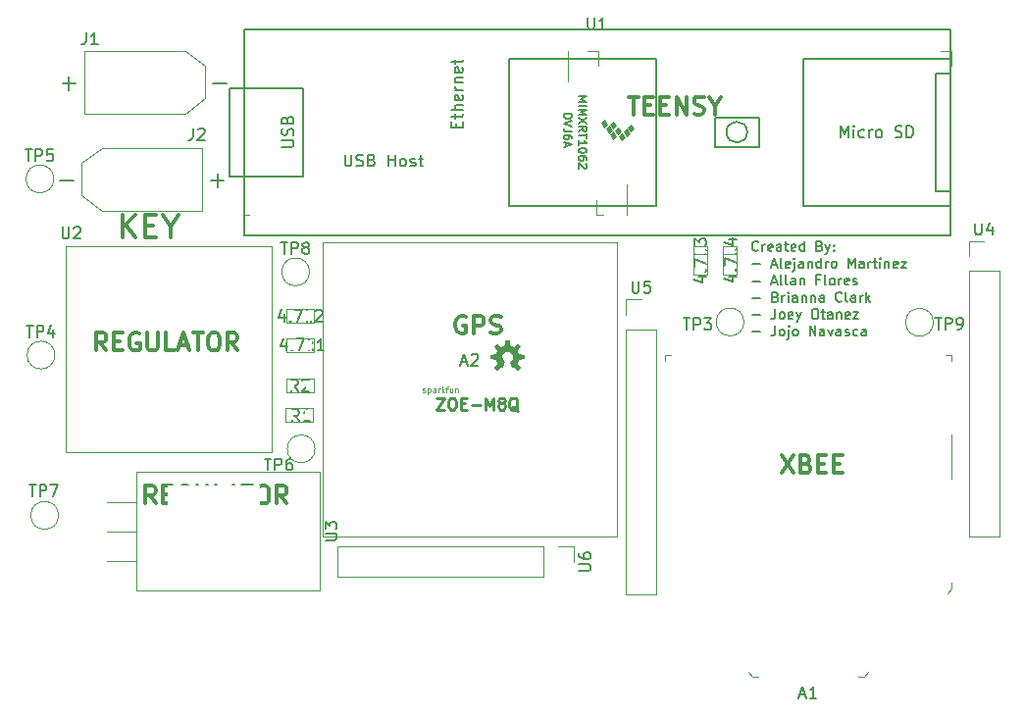
<source format=gto>
G04 #@! TF.GenerationSoftware,KiCad,Pcbnew,(5.1.10)-1*
G04 #@! TF.CreationDate,2022-04-17T04:02:28-07:00*
G04 #@! TF.ProjectId,GPS_Board,4750535f-426f-4617-9264-2e6b69636164,rev?*
G04 #@! TF.SameCoordinates,Original*
G04 #@! TF.FileFunction,Legend,Top*
G04 #@! TF.FilePolarity,Positive*
%FSLAX46Y46*%
G04 Gerber Fmt 4.6, Leading zero omitted, Abs format (unit mm)*
G04 Created by KiCad (PCBNEW (5.1.10)-1) date 2022-04-17 04:02:28*
%MOMM*%
%LPD*%
G01*
G04 APERTURE LIST*
%ADD10C,0.304800*%
%ADD11C,0.300000*%
%ADD12C,0.187500*%
%ADD13C,0.120000*%
%ADD14C,0.100000*%
%ADD15C,0.150000*%
%ADD16C,0.250000*%
%ADD17C,0.125000*%
%ADD18C,1.600000*%
%ADD19R,1.600000X1.600000*%
%ADD20R,0.900000X0.600000*%
%ADD21C,1.300000*%
%ADD22O,3.500000X3.500000*%
%ADD23R,2.000000X1.905000*%
%ADD24O,2.000000X1.905000*%
%ADD25R,8.000000X8.000000*%
%ADD26C,2.000000*%
%ADD27C,3.000000*%
%ADD28C,1.524000*%
%ADD29C,3.048000*%
%ADD30R,3.800000X3.800000*%
%ADD31C,3.800000*%
%ADD32R,0.600000X0.900000*%
%ADD33O,1.700000X1.700000*%
%ADD34R,1.700000X1.700000*%
G04 APERTURE END LIST*
D10*
X163875071Y-67233928D02*
X164745928Y-67233928D01*
X164310500Y-68757928D02*
X164310500Y-67233928D01*
X165253928Y-67959642D02*
X165761928Y-67959642D01*
X165979642Y-68757928D02*
X165253928Y-68757928D01*
X165253928Y-67233928D01*
X165979642Y-67233928D01*
X166632785Y-67959642D02*
X167140785Y-67959642D01*
X167358500Y-68757928D02*
X166632785Y-68757928D01*
X166632785Y-67233928D01*
X167358500Y-67233928D01*
X168011642Y-68757928D02*
X168011642Y-67233928D01*
X168882500Y-68757928D01*
X168882500Y-67233928D01*
X169535642Y-68685357D02*
X169753357Y-68757928D01*
X170116214Y-68757928D01*
X170261357Y-68685357D01*
X170333928Y-68612785D01*
X170406500Y-68467642D01*
X170406500Y-68322500D01*
X170333928Y-68177357D01*
X170261357Y-68104785D01*
X170116214Y-68032214D01*
X169825928Y-67959642D01*
X169680785Y-67887071D01*
X169608214Y-67814500D01*
X169535642Y-67669357D01*
X169535642Y-67524214D01*
X169608214Y-67379071D01*
X169680785Y-67306500D01*
X169825928Y-67233928D01*
X170188785Y-67233928D01*
X170406500Y-67306500D01*
X171349928Y-68032214D02*
X171349928Y-68757928D01*
X170841928Y-67233928D02*
X171349928Y-68032214D01*
X171857928Y-67233928D01*
X149797928Y-86236500D02*
X149652785Y-86163928D01*
X149435071Y-86163928D01*
X149217357Y-86236500D01*
X149072214Y-86381642D01*
X148999642Y-86526785D01*
X148927071Y-86817071D01*
X148927071Y-87034785D01*
X148999642Y-87325071D01*
X149072214Y-87470214D01*
X149217357Y-87615357D01*
X149435071Y-87687928D01*
X149580214Y-87687928D01*
X149797928Y-87615357D01*
X149870500Y-87542785D01*
X149870500Y-87034785D01*
X149580214Y-87034785D01*
X150523642Y-87687928D02*
X150523642Y-86163928D01*
X151104214Y-86163928D01*
X151249357Y-86236500D01*
X151321928Y-86309071D01*
X151394500Y-86454214D01*
X151394500Y-86671928D01*
X151321928Y-86817071D01*
X151249357Y-86889642D01*
X151104214Y-86962214D01*
X150523642Y-86962214D01*
X151975071Y-87615357D02*
X152192785Y-87687928D01*
X152555642Y-87687928D01*
X152700785Y-87615357D01*
X152773357Y-87542785D01*
X152845928Y-87397642D01*
X152845928Y-87252500D01*
X152773357Y-87107357D01*
X152700785Y-87034785D01*
X152555642Y-86962214D01*
X152265357Y-86889642D01*
X152120214Y-86817071D01*
X152047642Y-86744500D01*
X151975071Y-86599357D01*
X151975071Y-86454214D01*
X152047642Y-86309071D01*
X152120214Y-86236500D01*
X152265357Y-86163928D01*
X152628214Y-86163928D01*
X152845928Y-86236500D01*
X177107642Y-98203928D02*
X178123642Y-99727928D01*
X178123642Y-98203928D02*
X177107642Y-99727928D01*
X179212214Y-98929642D02*
X179429928Y-99002214D01*
X179502500Y-99074785D01*
X179575071Y-99219928D01*
X179575071Y-99437642D01*
X179502500Y-99582785D01*
X179429928Y-99655357D01*
X179284785Y-99727928D01*
X178704214Y-99727928D01*
X178704214Y-98203928D01*
X179212214Y-98203928D01*
X179357357Y-98276500D01*
X179429928Y-98349071D01*
X179502500Y-98494214D01*
X179502500Y-98639357D01*
X179429928Y-98784500D01*
X179357357Y-98857071D01*
X179212214Y-98929642D01*
X178704214Y-98929642D01*
X180228214Y-98929642D02*
X180736214Y-98929642D01*
X180953928Y-99727928D02*
X180228214Y-99727928D01*
X180228214Y-98203928D01*
X180953928Y-98203928D01*
X181607071Y-98929642D02*
X182115071Y-98929642D01*
X182332785Y-99727928D02*
X181607071Y-99727928D01*
X181607071Y-98203928D01*
X182332785Y-98203928D01*
X123057642Y-102357928D02*
X122549642Y-101632214D01*
X122186785Y-102357928D02*
X122186785Y-100833928D01*
X122767357Y-100833928D01*
X122912500Y-100906500D01*
X122985071Y-100979071D01*
X123057642Y-101124214D01*
X123057642Y-101341928D01*
X122985071Y-101487071D01*
X122912500Y-101559642D01*
X122767357Y-101632214D01*
X122186785Y-101632214D01*
X123710785Y-101559642D02*
X124218785Y-101559642D01*
X124436500Y-102357928D02*
X123710785Y-102357928D01*
X123710785Y-100833928D01*
X124436500Y-100833928D01*
X125887928Y-100906500D02*
X125742785Y-100833928D01*
X125525071Y-100833928D01*
X125307357Y-100906500D01*
X125162214Y-101051642D01*
X125089642Y-101196785D01*
X125017071Y-101487071D01*
X125017071Y-101704785D01*
X125089642Y-101995071D01*
X125162214Y-102140214D01*
X125307357Y-102285357D01*
X125525071Y-102357928D01*
X125670214Y-102357928D01*
X125887928Y-102285357D01*
X125960500Y-102212785D01*
X125960500Y-101704785D01*
X125670214Y-101704785D01*
X126613642Y-100833928D02*
X126613642Y-102067642D01*
X126686214Y-102212785D01*
X126758785Y-102285357D01*
X126903928Y-102357928D01*
X127194214Y-102357928D01*
X127339357Y-102285357D01*
X127411928Y-102212785D01*
X127484500Y-102067642D01*
X127484500Y-100833928D01*
X128935928Y-102357928D02*
X128210214Y-102357928D01*
X128210214Y-100833928D01*
X129371357Y-101922500D02*
X130097071Y-101922500D01*
X129226214Y-102357928D02*
X129734214Y-100833928D01*
X130242214Y-102357928D01*
X130532500Y-100833928D02*
X131403357Y-100833928D01*
X130967928Y-102357928D02*
X130967928Y-100833928D01*
X132201642Y-100833928D02*
X132491928Y-100833928D01*
X132637071Y-100906500D01*
X132782214Y-101051642D01*
X132854785Y-101341928D01*
X132854785Y-101849928D01*
X132782214Y-102140214D01*
X132637071Y-102285357D01*
X132491928Y-102357928D01*
X132201642Y-102357928D01*
X132056500Y-102285357D01*
X131911357Y-102140214D01*
X131838785Y-101849928D01*
X131838785Y-101341928D01*
X131911357Y-101051642D01*
X132056500Y-100906500D01*
X132201642Y-100833928D01*
X134378785Y-102357928D02*
X133870785Y-101632214D01*
X133507928Y-102357928D02*
X133507928Y-100833928D01*
X134088500Y-100833928D01*
X134233642Y-100906500D01*
X134306214Y-100979071D01*
X134378785Y-101124214D01*
X134378785Y-101341928D01*
X134306214Y-101487071D01*
X134233642Y-101559642D01*
X134088500Y-101632214D01*
X133507928Y-101632214D01*
D11*
X120170785Y-79413261D02*
X120170785Y-77413261D01*
X121313642Y-79413261D02*
X120456500Y-78270404D01*
X121313642Y-77413261D02*
X120170785Y-78556119D01*
X122170785Y-78365642D02*
X122837452Y-78365642D01*
X123123166Y-79413261D02*
X122170785Y-79413261D01*
X122170785Y-77413261D01*
X123123166Y-77413261D01*
X124361261Y-78460880D02*
X124361261Y-79413261D01*
X123694595Y-77413261D02*
X124361261Y-78460880D01*
X125027928Y-77413261D01*
D10*
X118797642Y-89147928D02*
X118289642Y-88422214D01*
X117926785Y-89147928D02*
X117926785Y-87623928D01*
X118507357Y-87623928D01*
X118652500Y-87696500D01*
X118725071Y-87769071D01*
X118797642Y-87914214D01*
X118797642Y-88131928D01*
X118725071Y-88277071D01*
X118652500Y-88349642D01*
X118507357Y-88422214D01*
X117926785Y-88422214D01*
X119450785Y-88349642D02*
X119958785Y-88349642D01*
X120176500Y-89147928D02*
X119450785Y-89147928D01*
X119450785Y-87623928D01*
X120176500Y-87623928D01*
X121627928Y-87696500D02*
X121482785Y-87623928D01*
X121265071Y-87623928D01*
X121047357Y-87696500D01*
X120902214Y-87841642D01*
X120829642Y-87986785D01*
X120757071Y-88277071D01*
X120757071Y-88494785D01*
X120829642Y-88785071D01*
X120902214Y-88930214D01*
X121047357Y-89075357D01*
X121265071Y-89147928D01*
X121410214Y-89147928D01*
X121627928Y-89075357D01*
X121700500Y-89002785D01*
X121700500Y-88494785D01*
X121410214Y-88494785D01*
X122353642Y-87623928D02*
X122353642Y-88857642D01*
X122426214Y-89002785D01*
X122498785Y-89075357D01*
X122643928Y-89147928D01*
X122934214Y-89147928D01*
X123079357Y-89075357D01*
X123151928Y-89002785D01*
X123224500Y-88857642D01*
X123224500Y-87623928D01*
X124675928Y-89147928D02*
X123950214Y-89147928D01*
X123950214Y-87623928D01*
X125111357Y-88712500D02*
X125837071Y-88712500D01*
X124966214Y-89147928D02*
X125474214Y-87623928D01*
X125982214Y-89147928D01*
X126272500Y-87623928D02*
X127143357Y-87623928D01*
X126707928Y-89147928D02*
X126707928Y-87623928D01*
X127941642Y-87623928D02*
X128231928Y-87623928D01*
X128377071Y-87696500D01*
X128522214Y-87841642D01*
X128594785Y-88131928D01*
X128594785Y-88639928D01*
X128522214Y-88930214D01*
X128377071Y-89075357D01*
X128231928Y-89147928D01*
X127941642Y-89147928D01*
X127796500Y-89075357D01*
X127651357Y-88930214D01*
X127578785Y-88639928D01*
X127578785Y-88131928D01*
X127651357Y-87841642D01*
X127796500Y-87696500D01*
X127941642Y-87623928D01*
X130118785Y-89147928D02*
X129610785Y-88422214D01*
X129247928Y-89147928D02*
X129247928Y-87623928D01*
X129828500Y-87623928D01*
X129973642Y-87696500D01*
X130046214Y-87769071D01*
X130118785Y-87914214D01*
X130118785Y-88131928D01*
X130046214Y-88277071D01*
X129973642Y-88349642D01*
X129828500Y-88422214D01*
X129247928Y-88422214D01*
D12*
X175076470Y-80475821D02*
X175035994Y-80516297D01*
X174914565Y-80556773D01*
X174833613Y-80556773D01*
X174712184Y-80516297D01*
X174631232Y-80435345D01*
X174590755Y-80354392D01*
X174550279Y-80192488D01*
X174550279Y-80071059D01*
X174590755Y-79909154D01*
X174631232Y-79828202D01*
X174712184Y-79747250D01*
X174833613Y-79706773D01*
X174914565Y-79706773D01*
X175035994Y-79747250D01*
X175076470Y-79787726D01*
X175440755Y-80556773D02*
X175440755Y-79990107D01*
X175440755Y-80152011D02*
X175481232Y-80071059D01*
X175521708Y-80030583D01*
X175602660Y-79990107D01*
X175683613Y-79990107D01*
X176290755Y-80516297D02*
X176209803Y-80556773D01*
X176047898Y-80556773D01*
X175966946Y-80516297D01*
X175926470Y-80435345D01*
X175926470Y-80111535D01*
X175966946Y-80030583D01*
X176047898Y-79990107D01*
X176209803Y-79990107D01*
X176290755Y-80030583D01*
X176331232Y-80111535D01*
X176331232Y-80192488D01*
X175926470Y-80273440D01*
X177059803Y-80556773D02*
X177059803Y-80111535D01*
X177019327Y-80030583D01*
X176938375Y-79990107D01*
X176776470Y-79990107D01*
X176695517Y-80030583D01*
X177059803Y-80516297D02*
X176978851Y-80556773D01*
X176776470Y-80556773D01*
X176695517Y-80516297D01*
X176655041Y-80435345D01*
X176655041Y-80354392D01*
X176695517Y-80273440D01*
X176776470Y-80232964D01*
X176978851Y-80232964D01*
X177059803Y-80192488D01*
X177343136Y-79990107D02*
X177666946Y-79990107D01*
X177464565Y-79706773D02*
X177464565Y-80435345D01*
X177505041Y-80516297D01*
X177585994Y-80556773D01*
X177666946Y-80556773D01*
X178274089Y-80516297D02*
X178193136Y-80556773D01*
X178031232Y-80556773D01*
X177950279Y-80516297D01*
X177909803Y-80435345D01*
X177909803Y-80111535D01*
X177950279Y-80030583D01*
X178031232Y-79990107D01*
X178193136Y-79990107D01*
X178274089Y-80030583D01*
X178314565Y-80111535D01*
X178314565Y-80192488D01*
X177909803Y-80273440D01*
X179043136Y-80556773D02*
X179043136Y-79706773D01*
X179043136Y-80516297D02*
X178962184Y-80556773D01*
X178800279Y-80556773D01*
X178719327Y-80516297D01*
X178678851Y-80475821D01*
X178638375Y-80394869D01*
X178638375Y-80152011D01*
X178678851Y-80071059D01*
X178719327Y-80030583D01*
X178800279Y-79990107D01*
X178962184Y-79990107D01*
X179043136Y-80030583D01*
X180378851Y-80111535D02*
X180500279Y-80152011D01*
X180540755Y-80192488D01*
X180581232Y-80273440D01*
X180581232Y-80394869D01*
X180540755Y-80475821D01*
X180500279Y-80516297D01*
X180419327Y-80556773D01*
X180095517Y-80556773D01*
X180095517Y-79706773D01*
X180378851Y-79706773D01*
X180459803Y-79747250D01*
X180500279Y-79787726D01*
X180540755Y-79868678D01*
X180540755Y-79949630D01*
X180500279Y-80030583D01*
X180459803Y-80071059D01*
X180378851Y-80111535D01*
X180095517Y-80111535D01*
X180864565Y-79990107D02*
X181066946Y-80556773D01*
X181269327Y-79990107D02*
X181066946Y-80556773D01*
X180985994Y-80759154D01*
X180945517Y-80799630D01*
X180864565Y-80840107D01*
X181593136Y-80475821D02*
X181633613Y-80516297D01*
X181593136Y-80556773D01*
X181552660Y-80516297D01*
X181593136Y-80475821D01*
X181593136Y-80556773D01*
X181593136Y-80030583D02*
X181633613Y-80071059D01*
X181593136Y-80111535D01*
X181552660Y-80071059D01*
X181593136Y-80030583D01*
X181593136Y-80111535D01*
X174590755Y-81695464D02*
X175238375Y-81695464D01*
X176250279Y-81776416D02*
X176655041Y-81776416D01*
X176169327Y-82019273D02*
X176452660Y-81169273D01*
X176735994Y-82019273D01*
X177140755Y-82019273D02*
X177059803Y-81978797D01*
X177019327Y-81897845D01*
X177019327Y-81169273D01*
X177788375Y-81978797D02*
X177707422Y-82019273D01*
X177545517Y-82019273D01*
X177464565Y-81978797D01*
X177424089Y-81897845D01*
X177424089Y-81574035D01*
X177464565Y-81493083D01*
X177545517Y-81452607D01*
X177707422Y-81452607D01*
X177788375Y-81493083D01*
X177828851Y-81574035D01*
X177828851Y-81654988D01*
X177424089Y-81735940D01*
X178193136Y-81452607D02*
X178193136Y-82181178D01*
X178152660Y-82262130D01*
X178071708Y-82302607D01*
X178031232Y-82302607D01*
X178193136Y-81169273D02*
X178152660Y-81209750D01*
X178193136Y-81250226D01*
X178233613Y-81209750D01*
X178193136Y-81169273D01*
X178193136Y-81250226D01*
X178962184Y-82019273D02*
X178962184Y-81574035D01*
X178921708Y-81493083D01*
X178840755Y-81452607D01*
X178678851Y-81452607D01*
X178597898Y-81493083D01*
X178962184Y-81978797D02*
X178881232Y-82019273D01*
X178678851Y-82019273D01*
X178597898Y-81978797D01*
X178557422Y-81897845D01*
X178557422Y-81816892D01*
X178597898Y-81735940D01*
X178678851Y-81695464D01*
X178881232Y-81695464D01*
X178962184Y-81654988D01*
X179366946Y-81452607D02*
X179366946Y-82019273D01*
X179366946Y-81533559D02*
X179407422Y-81493083D01*
X179488375Y-81452607D01*
X179609803Y-81452607D01*
X179690755Y-81493083D01*
X179731232Y-81574035D01*
X179731232Y-82019273D01*
X180500279Y-82019273D02*
X180500279Y-81169273D01*
X180500279Y-81978797D02*
X180419327Y-82019273D01*
X180257422Y-82019273D01*
X180176470Y-81978797D01*
X180135994Y-81938321D01*
X180095517Y-81857369D01*
X180095517Y-81614511D01*
X180135994Y-81533559D01*
X180176470Y-81493083D01*
X180257422Y-81452607D01*
X180419327Y-81452607D01*
X180500279Y-81493083D01*
X180905041Y-82019273D02*
X180905041Y-81452607D01*
X180905041Y-81614511D02*
X180945517Y-81533559D01*
X180985994Y-81493083D01*
X181066946Y-81452607D01*
X181147898Y-81452607D01*
X181552660Y-82019273D02*
X181471708Y-81978797D01*
X181431232Y-81938321D01*
X181390755Y-81857369D01*
X181390755Y-81614511D01*
X181431232Y-81533559D01*
X181471708Y-81493083D01*
X181552660Y-81452607D01*
X181674089Y-81452607D01*
X181755041Y-81493083D01*
X181795517Y-81533559D01*
X181835994Y-81614511D01*
X181835994Y-81857369D01*
X181795517Y-81938321D01*
X181755041Y-81978797D01*
X181674089Y-82019273D01*
X181552660Y-82019273D01*
X182847898Y-82019273D02*
X182847898Y-81169273D01*
X183131232Y-81776416D01*
X183414565Y-81169273D01*
X183414565Y-82019273D01*
X184183613Y-82019273D02*
X184183613Y-81574035D01*
X184143136Y-81493083D01*
X184062184Y-81452607D01*
X183900279Y-81452607D01*
X183819327Y-81493083D01*
X184183613Y-81978797D02*
X184102660Y-82019273D01*
X183900279Y-82019273D01*
X183819327Y-81978797D01*
X183778851Y-81897845D01*
X183778851Y-81816892D01*
X183819327Y-81735940D01*
X183900279Y-81695464D01*
X184102660Y-81695464D01*
X184183613Y-81654988D01*
X184588375Y-82019273D02*
X184588375Y-81452607D01*
X184588375Y-81614511D02*
X184628851Y-81533559D01*
X184669327Y-81493083D01*
X184750279Y-81452607D01*
X184831232Y-81452607D01*
X184993136Y-81452607D02*
X185316946Y-81452607D01*
X185114565Y-81169273D02*
X185114565Y-81897845D01*
X185155041Y-81978797D01*
X185235994Y-82019273D01*
X185316946Y-82019273D01*
X185600279Y-82019273D02*
X185600279Y-81452607D01*
X185600279Y-81169273D02*
X185559803Y-81209750D01*
X185600279Y-81250226D01*
X185640755Y-81209750D01*
X185600279Y-81169273D01*
X185600279Y-81250226D01*
X186005041Y-81452607D02*
X186005041Y-82019273D01*
X186005041Y-81533559D02*
X186045517Y-81493083D01*
X186126470Y-81452607D01*
X186247898Y-81452607D01*
X186328851Y-81493083D01*
X186369327Y-81574035D01*
X186369327Y-82019273D01*
X187097898Y-81978797D02*
X187016946Y-82019273D01*
X186855041Y-82019273D01*
X186774089Y-81978797D01*
X186733613Y-81897845D01*
X186733613Y-81574035D01*
X186774089Y-81493083D01*
X186855041Y-81452607D01*
X187016946Y-81452607D01*
X187097898Y-81493083D01*
X187138375Y-81574035D01*
X187138375Y-81654988D01*
X186733613Y-81735940D01*
X187421708Y-81452607D02*
X187866946Y-81452607D01*
X187421708Y-82019273D01*
X187866946Y-82019273D01*
X174590755Y-83157964D02*
X175238375Y-83157964D01*
X176250279Y-83238916D02*
X176655041Y-83238916D01*
X176169327Y-83481773D02*
X176452660Y-82631773D01*
X176735994Y-83481773D01*
X177140755Y-83481773D02*
X177059803Y-83441297D01*
X177019327Y-83360345D01*
X177019327Y-82631773D01*
X177585994Y-83481773D02*
X177505041Y-83441297D01*
X177464565Y-83360345D01*
X177464565Y-82631773D01*
X178274089Y-83481773D02*
X178274089Y-83036535D01*
X178233613Y-82955583D01*
X178152660Y-82915107D01*
X177990755Y-82915107D01*
X177909803Y-82955583D01*
X178274089Y-83441297D02*
X178193136Y-83481773D01*
X177990755Y-83481773D01*
X177909803Y-83441297D01*
X177869327Y-83360345D01*
X177869327Y-83279392D01*
X177909803Y-83198440D01*
X177990755Y-83157964D01*
X178193136Y-83157964D01*
X178274089Y-83117488D01*
X178678851Y-82915107D02*
X178678851Y-83481773D01*
X178678851Y-82996059D02*
X178719327Y-82955583D01*
X178800279Y-82915107D01*
X178921708Y-82915107D01*
X179002660Y-82955583D01*
X179043136Y-83036535D01*
X179043136Y-83481773D01*
X180378851Y-83036535D02*
X180095517Y-83036535D01*
X180095517Y-83481773D02*
X180095517Y-82631773D01*
X180500279Y-82631773D01*
X180945517Y-83481773D02*
X180864565Y-83441297D01*
X180824089Y-83360345D01*
X180824089Y-82631773D01*
X181390755Y-83481773D02*
X181309803Y-83441297D01*
X181269327Y-83400821D01*
X181228851Y-83319869D01*
X181228851Y-83077011D01*
X181269327Y-82996059D01*
X181309803Y-82955583D01*
X181390755Y-82915107D01*
X181512184Y-82915107D01*
X181593136Y-82955583D01*
X181633613Y-82996059D01*
X181674089Y-83077011D01*
X181674089Y-83319869D01*
X181633613Y-83400821D01*
X181593136Y-83441297D01*
X181512184Y-83481773D01*
X181390755Y-83481773D01*
X182038375Y-83481773D02*
X182038375Y-82915107D01*
X182038375Y-83077011D02*
X182078851Y-82996059D01*
X182119327Y-82955583D01*
X182200279Y-82915107D01*
X182281232Y-82915107D01*
X182888375Y-83441297D02*
X182807422Y-83481773D01*
X182645517Y-83481773D01*
X182564565Y-83441297D01*
X182524089Y-83360345D01*
X182524089Y-83036535D01*
X182564565Y-82955583D01*
X182645517Y-82915107D01*
X182807422Y-82915107D01*
X182888375Y-82955583D01*
X182928851Y-83036535D01*
X182928851Y-83117488D01*
X182524089Y-83198440D01*
X183252660Y-83441297D02*
X183333613Y-83481773D01*
X183495517Y-83481773D01*
X183576470Y-83441297D01*
X183616946Y-83360345D01*
X183616946Y-83319869D01*
X183576470Y-83238916D01*
X183495517Y-83198440D01*
X183374089Y-83198440D01*
X183293136Y-83157964D01*
X183252660Y-83077011D01*
X183252660Y-83036535D01*
X183293136Y-82955583D01*
X183374089Y-82915107D01*
X183495517Y-82915107D01*
X183576470Y-82955583D01*
X174590755Y-84620464D02*
X175238375Y-84620464D01*
X176574089Y-84499035D02*
X176695517Y-84539511D01*
X176735994Y-84579988D01*
X176776470Y-84660940D01*
X176776470Y-84782369D01*
X176735994Y-84863321D01*
X176695517Y-84903797D01*
X176614565Y-84944273D01*
X176290755Y-84944273D01*
X176290755Y-84094273D01*
X176574089Y-84094273D01*
X176655041Y-84134750D01*
X176695517Y-84175226D01*
X176735994Y-84256178D01*
X176735994Y-84337130D01*
X176695517Y-84418083D01*
X176655041Y-84458559D01*
X176574089Y-84499035D01*
X176290755Y-84499035D01*
X177140755Y-84944273D02*
X177140755Y-84377607D01*
X177140755Y-84539511D02*
X177181232Y-84458559D01*
X177221708Y-84418083D01*
X177302660Y-84377607D01*
X177383613Y-84377607D01*
X177666946Y-84944273D02*
X177666946Y-84377607D01*
X177666946Y-84094273D02*
X177626470Y-84134750D01*
X177666946Y-84175226D01*
X177707422Y-84134750D01*
X177666946Y-84094273D01*
X177666946Y-84175226D01*
X178435994Y-84944273D02*
X178435994Y-84499035D01*
X178395517Y-84418083D01*
X178314565Y-84377607D01*
X178152660Y-84377607D01*
X178071708Y-84418083D01*
X178435994Y-84903797D02*
X178355041Y-84944273D01*
X178152660Y-84944273D01*
X178071708Y-84903797D01*
X178031232Y-84822845D01*
X178031232Y-84741892D01*
X178071708Y-84660940D01*
X178152660Y-84620464D01*
X178355041Y-84620464D01*
X178435994Y-84579988D01*
X178840755Y-84377607D02*
X178840755Y-84944273D01*
X178840755Y-84458559D02*
X178881232Y-84418083D01*
X178962184Y-84377607D01*
X179083613Y-84377607D01*
X179164565Y-84418083D01*
X179205041Y-84499035D01*
X179205041Y-84944273D01*
X179609803Y-84377607D02*
X179609803Y-84944273D01*
X179609803Y-84458559D02*
X179650279Y-84418083D01*
X179731232Y-84377607D01*
X179852660Y-84377607D01*
X179933613Y-84418083D01*
X179974089Y-84499035D01*
X179974089Y-84944273D01*
X180743136Y-84944273D02*
X180743136Y-84499035D01*
X180702660Y-84418083D01*
X180621708Y-84377607D01*
X180459803Y-84377607D01*
X180378851Y-84418083D01*
X180743136Y-84903797D02*
X180662184Y-84944273D01*
X180459803Y-84944273D01*
X180378851Y-84903797D01*
X180338375Y-84822845D01*
X180338375Y-84741892D01*
X180378851Y-84660940D01*
X180459803Y-84620464D01*
X180662184Y-84620464D01*
X180743136Y-84579988D01*
X182281232Y-84863321D02*
X182240755Y-84903797D01*
X182119327Y-84944273D01*
X182038375Y-84944273D01*
X181916946Y-84903797D01*
X181835994Y-84822845D01*
X181795517Y-84741892D01*
X181755041Y-84579988D01*
X181755041Y-84458559D01*
X181795517Y-84296654D01*
X181835994Y-84215702D01*
X181916946Y-84134750D01*
X182038375Y-84094273D01*
X182119327Y-84094273D01*
X182240755Y-84134750D01*
X182281232Y-84175226D01*
X182766946Y-84944273D02*
X182685994Y-84903797D01*
X182645517Y-84822845D01*
X182645517Y-84094273D01*
X183455041Y-84944273D02*
X183455041Y-84499035D01*
X183414565Y-84418083D01*
X183333613Y-84377607D01*
X183171708Y-84377607D01*
X183090755Y-84418083D01*
X183455041Y-84903797D02*
X183374089Y-84944273D01*
X183171708Y-84944273D01*
X183090755Y-84903797D01*
X183050279Y-84822845D01*
X183050279Y-84741892D01*
X183090755Y-84660940D01*
X183171708Y-84620464D01*
X183374089Y-84620464D01*
X183455041Y-84579988D01*
X183859803Y-84944273D02*
X183859803Y-84377607D01*
X183859803Y-84539511D02*
X183900279Y-84458559D01*
X183940755Y-84418083D01*
X184021708Y-84377607D01*
X184102660Y-84377607D01*
X184385994Y-84944273D02*
X184385994Y-84094273D01*
X184466946Y-84620464D02*
X184709803Y-84944273D01*
X184709803Y-84377607D02*
X184385994Y-84701416D01*
X174590755Y-86082964D02*
X175238375Y-86082964D01*
X176533613Y-85556773D02*
X176533613Y-86163916D01*
X176493136Y-86285345D01*
X176412184Y-86366297D01*
X176290755Y-86406773D01*
X176209803Y-86406773D01*
X177059803Y-86406773D02*
X176978851Y-86366297D01*
X176938375Y-86325821D01*
X176897898Y-86244869D01*
X176897898Y-86002011D01*
X176938375Y-85921059D01*
X176978851Y-85880583D01*
X177059803Y-85840107D01*
X177181232Y-85840107D01*
X177262184Y-85880583D01*
X177302660Y-85921059D01*
X177343136Y-86002011D01*
X177343136Y-86244869D01*
X177302660Y-86325821D01*
X177262184Y-86366297D01*
X177181232Y-86406773D01*
X177059803Y-86406773D01*
X178031232Y-86366297D02*
X177950279Y-86406773D01*
X177788375Y-86406773D01*
X177707422Y-86366297D01*
X177666946Y-86285345D01*
X177666946Y-85961535D01*
X177707422Y-85880583D01*
X177788375Y-85840107D01*
X177950279Y-85840107D01*
X178031232Y-85880583D01*
X178071708Y-85961535D01*
X178071708Y-86042488D01*
X177666946Y-86123440D01*
X178355041Y-85840107D02*
X178557422Y-86406773D01*
X178759803Y-85840107D02*
X178557422Y-86406773D01*
X178476470Y-86609154D01*
X178435994Y-86649630D01*
X178355041Y-86690107D01*
X179893136Y-85556773D02*
X180055041Y-85556773D01*
X180135994Y-85597250D01*
X180216946Y-85678202D01*
X180257422Y-85840107D01*
X180257422Y-86123440D01*
X180216946Y-86285345D01*
X180135994Y-86366297D01*
X180055041Y-86406773D01*
X179893136Y-86406773D01*
X179812184Y-86366297D01*
X179731232Y-86285345D01*
X179690755Y-86123440D01*
X179690755Y-85840107D01*
X179731232Y-85678202D01*
X179812184Y-85597250D01*
X179893136Y-85556773D01*
X180500279Y-85840107D02*
X180824089Y-85840107D01*
X180621708Y-85556773D02*
X180621708Y-86285345D01*
X180662184Y-86366297D01*
X180743136Y-86406773D01*
X180824089Y-86406773D01*
X181471708Y-86406773D02*
X181471708Y-85961535D01*
X181431232Y-85880583D01*
X181350279Y-85840107D01*
X181188375Y-85840107D01*
X181107422Y-85880583D01*
X181471708Y-86366297D02*
X181390755Y-86406773D01*
X181188375Y-86406773D01*
X181107422Y-86366297D01*
X181066946Y-86285345D01*
X181066946Y-86204392D01*
X181107422Y-86123440D01*
X181188375Y-86082964D01*
X181390755Y-86082964D01*
X181471708Y-86042488D01*
X181876470Y-85840107D02*
X181876470Y-86406773D01*
X181876470Y-85921059D02*
X181916946Y-85880583D01*
X181997898Y-85840107D01*
X182119327Y-85840107D01*
X182200279Y-85880583D01*
X182240755Y-85961535D01*
X182240755Y-86406773D01*
X182969327Y-86366297D02*
X182888375Y-86406773D01*
X182726470Y-86406773D01*
X182645517Y-86366297D01*
X182605041Y-86285345D01*
X182605041Y-85961535D01*
X182645517Y-85880583D01*
X182726470Y-85840107D01*
X182888375Y-85840107D01*
X182969327Y-85880583D01*
X183009803Y-85961535D01*
X183009803Y-86042488D01*
X182605041Y-86123440D01*
X183293136Y-85840107D02*
X183738375Y-85840107D01*
X183293136Y-86406773D01*
X183738375Y-86406773D01*
X174590755Y-87545464D02*
X175238375Y-87545464D01*
X176533613Y-87019273D02*
X176533613Y-87626416D01*
X176493136Y-87747845D01*
X176412184Y-87828797D01*
X176290755Y-87869273D01*
X176209803Y-87869273D01*
X177059803Y-87869273D02*
X176978851Y-87828797D01*
X176938375Y-87788321D01*
X176897898Y-87707369D01*
X176897898Y-87464511D01*
X176938375Y-87383559D01*
X176978851Y-87343083D01*
X177059803Y-87302607D01*
X177181232Y-87302607D01*
X177262184Y-87343083D01*
X177302660Y-87383559D01*
X177343136Y-87464511D01*
X177343136Y-87707369D01*
X177302660Y-87788321D01*
X177262184Y-87828797D01*
X177181232Y-87869273D01*
X177059803Y-87869273D01*
X177707422Y-87302607D02*
X177707422Y-88031178D01*
X177666946Y-88112130D01*
X177585994Y-88152607D01*
X177545517Y-88152607D01*
X177707422Y-87019273D02*
X177666946Y-87059750D01*
X177707422Y-87100226D01*
X177747898Y-87059750D01*
X177707422Y-87019273D01*
X177707422Y-87100226D01*
X178233613Y-87869273D02*
X178152660Y-87828797D01*
X178112184Y-87788321D01*
X178071708Y-87707369D01*
X178071708Y-87464511D01*
X178112184Y-87383559D01*
X178152660Y-87343083D01*
X178233613Y-87302607D01*
X178355041Y-87302607D01*
X178435994Y-87343083D01*
X178476470Y-87383559D01*
X178516946Y-87464511D01*
X178516946Y-87707369D01*
X178476470Y-87788321D01*
X178435994Y-87828797D01*
X178355041Y-87869273D01*
X178233613Y-87869273D01*
X179528851Y-87869273D02*
X179528851Y-87019273D01*
X180014565Y-87869273D01*
X180014565Y-87019273D01*
X180783613Y-87869273D02*
X180783613Y-87424035D01*
X180743136Y-87343083D01*
X180662184Y-87302607D01*
X180500279Y-87302607D01*
X180419327Y-87343083D01*
X180783613Y-87828797D02*
X180702660Y-87869273D01*
X180500279Y-87869273D01*
X180419327Y-87828797D01*
X180378851Y-87747845D01*
X180378851Y-87666892D01*
X180419327Y-87585940D01*
X180500279Y-87545464D01*
X180702660Y-87545464D01*
X180783613Y-87504988D01*
X181107422Y-87302607D02*
X181309803Y-87869273D01*
X181512184Y-87302607D01*
X182200279Y-87869273D02*
X182200279Y-87424035D01*
X182159803Y-87343083D01*
X182078851Y-87302607D01*
X181916946Y-87302607D01*
X181835994Y-87343083D01*
X182200279Y-87828797D02*
X182119327Y-87869273D01*
X181916946Y-87869273D01*
X181835994Y-87828797D01*
X181795517Y-87747845D01*
X181795517Y-87666892D01*
X181835994Y-87585940D01*
X181916946Y-87545464D01*
X182119327Y-87545464D01*
X182200279Y-87504988D01*
X182564565Y-87828797D02*
X182645517Y-87869273D01*
X182807422Y-87869273D01*
X182888375Y-87828797D01*
X182928851Y-87747845D01*
X182928851Y-87707369D01*
X182888375Y-87626416D01*
X182807422Y-87585940D01*
X182685994Y-87585940D01*
X182605041Y-87545464D01*
X182564565Y-87464511D01*
X182564565Y-87424035D01*
X182605041Y-87343083D01*
X182685994Y-87302607D01*
X182807422Y-87302607D01*
X182888375Y-87343083D01*
X183657422Y-87828797D02*
X183576470Y-87869273D01*
X183414565Y-87869273D01*
X183333613Y-87828797D01*
X183293136Y-87788321D01*
X183252660Y-87707369D01*
X183252660Y-87464511D01*
X183293136Y-87383559D01*
X183333613Y-87343083D01*
X183414565Y-87302607D01*
X183576470Y-87302607D01*
X183657422Y-87343083D01*
X184385994Y-87869273D02*
X184385994Y-87424035D01*
X184345517Y-87343083D01*
X184264565Y-87302607D01*
X184102660Y-87302607D01*
X184021708Y-87343083D01*
X184385994Y-87828797D02*
X184305041Y-87869273D01*
X184102660Y-87869273D01*
X184021708Y-87828797D01*
X183981232Y-87747845D01*
X183981232Y-87666892D01*
X184021708Y-87585940D01*
X184102660Y-87545464D01*
X184305041Y-87545464D01*
X184385994Y-87504988D01*
D13*
X161096500Y-77458500D02*
X161096500Y-76128500D01*
X163696500Y-77458500D02*
X163696500Y-74798500D01*
X162426500Y-77458500D02*
X161096500Y-77458500D01*
X130616500Y-77458500D02*
X130616500Y-76128500D01*
X131946500Y-77458500D02*
X130616500Y-77458500D01*
X161236500Y-63248500D02*
X161236500Y-64578500D01*
X158636500Y-63248500D02*
X158636500Y-65908500D01*
X159906500Y-63248500D02*
X161236500Y-63248500D01*
X191716500Y-63248500D02*
X191716500Y-64578500D01*
X190386500Y-63248500D02*
X191716500Y-63248500D01*
D14*
G36*
X164360000Y-69987500D02*
G01*
X164106000Y-70241500D01*
X163852000Y-69860500D01*
X164106000Y-69606500D01*
X164360000Y-69987500D01*
G37*
X164360000Y-69987500D02*
X164106000Y-70241500D01*
X163852000Y-69860500D01*
X164106000Y-69606500D01*
X164360000Y-69987500D01*
G36*
X163979000Y-70368500D02*
G01*
X163725000Y-70622500D01*
X163471000Y-70241500D01*
X163725000Y-69987500D01*
X163979000Y-70368500D01*
G37*
X163979000Y-70368500D02*
X163725000Y-70622500D01*
X163471000Y-70241500D01*
X163725000Y-69987500D01*
X163979000Y-70368500D01*
G36*
X162074000Y-69606500D02*
G01*
X161820000Y-69860500D01*
X161566000Y-69479500D01*
X161820000Y-69225500D01*
X162074000Y-69606500D01*
G37*
X162074000Y-69606500D02*
X161820000Y-69860500D01*
X161566000Y-69479500D01*
X161820000Y-69225500D01*
X162074000Y-69606500D01*
G36*
X162455000Y-70114500D02*
G01*
X162201000Y-70368500D01*
X161947000Y-69987500D01*
X162201000Y-69733500D01*
X162455000Y-70114500D01*
G37*
X162455000Y-70114500D02*
X162201000Y-70368500D01*
X161947000Y-69987500D01*
X162201000Y-69733500D01*
X162455000Y-70114500D01*
G36*
X162836000Y-70622500D02*
G01*
X162582000Y-70876500D01*
X162328000Y-70495500D01*
X162582000Y-70241500D01*
X162836000Y-70622500D01*
G37*
X162836000Y-70622500D02*
X162582000Y-70876500D01*
X162328000Y-70495500D01*
X162582000Y-70241500D01*
X162836000Y-70622500D01*
G36*
X162836000Y-69733500D02*
G01*
X162582000Y-69987500D01*
X162328000Y-69606500D01*
X162582000Y-69352500D01*
X162836000Y-69733500D01*
G37*
X162836000Y-69733500D02*
X162582000Y-69987500D01*
X162328000Y-69606500D01*
X162582000Y-69352500D01*
X162836000Y-69733500D01*
G36*
X163217000Y-70241500D02*
G01*
X162963000Y-70495500D01*
X162709000Y-70114500D01*
X162963000Y-69860500D01*
X163217000Y-70241500D01*
G37*
X163217000Y-70241500D02*
X162963000Y-70495500D01*
X162709000Y-70114500D01*
X162963000Y-69860500D01*
X163217000Y-70241500D01*
G36*
X163598000Y-70749500D02*
G01*
X163344000Y-71003500D01*
X163090000Y-70622500D01*
X163344000Y-70368500D01*
X163598000Y-70749500D01*
G37*
X163598000Y-70749500D02*
X163344000Y-71003500D01*
X163090000Y-70622500D01*
X163344000Y-70368500D01*
X163598000Y-70749500D01*
D15*
X130683000Y-79184500D02*
X130683000Y-61404500D01*
X191643000Y-79184500D02*
X130683000Y-79184500D01*
X191643000Y-61404500D02*
X191643000Y-79184500D01*
X130683000Y-61404500D02*
X191643000Y-61404500D01*
X135763000Y-74104500D02*
X130683000Y-74104500D01*
X135763000Y-66484500D02*
X130683000Y-66484500D01*
X135763000Y-74104500D02*
X135763000Y-66484500D01*
X129413000Y-66484500D02*
X130683000Y-66484500D01*
X129413000Y-74104500D02*
X129413000Y-66484500D01*
X130683000Y-74104500D02*
X129413000Y-74104500D01*
X191643000Y-63944500D02*
X178943000Y-63944500D01*
X178943000Y-63944500D02*
X178943000Y-76644500D01*
X178943000Y-76644500D02*
X191643000Y-76644500D01*
X191643000Y-65214500D02*
X190373000Y-65214500D01*
X190373000Y-65214500D02*
X190373000Y-75374500D01*
X190373000Y-75374500D02*
X191643000Y-75374500D01*
X175133000Y-69024500D02*
X175133000Y-71564500D01*
X175133000Y-71564500D02*
X171323000Y-71564500D01*
X171323000Y-71564500D02*
X171323000Y-69024500D01*
X171323000Y-69024500D02*
X175133000Y-69024500D01*
X153543000Y-76644500D02*
X166243000Y-76644500D01*
X166243000Y-76644500D02*
X166243000Y-63944500D01*
X166243000Y-63944500D02*
X153543000Y-63944500D01*
X153543000Y-63944500D02*
X153543000Y-76644500D01*
X174126026Y-70294500D02*
G75*
G03*
X174126026Y-70294500I-898026J0D01*
G01*
D13*
X172041500Y-80153500D02*
X172041500Y-82553500D01*
X173241500Y-80153500D02*
X172041500Y-80153500D01*
X173241500Y-82553500D02*
X173241500Y-80153500D01*
X172041500Y-82553500D02*
X173241500Y-82553500D01*
D14*
X167037500Y-89503000D02*
X167537500Y-89503000D01*
X167037500Y-89503000D02*
X167037500Y-90003000D01*
X191737500Y-89503000D02*
X191237500Y-89503000D01*
X191737500Y-89503000D02*
X191737500Y-90003000D01*
X191787500Y-109703000D02*
X191787500Y-109203000D01*
X191787500Y-109703000D02*
X191387500Y-110103000D01*
X184187500Y-117303000D02*
X184587500Y-116903000D01*
X184187500Y-117303000D02*
X183687500Y-117303000D01*
X174587500Y-117303000D02*
X175087500Y-117303000D01*
X174587500Y-117303000D02*
X174187500Y-116903000D01*
X191787500Y-100203000D02*
X191787500Y-96403000D01*
D13*
X121356800Y-99620400D02*
X121356800Y-109860400D01*
X137246800Y-99620400D02*
X137246800Y-109860400D01*
X137246800Y-99620400D02*
X121356800Y-99620400D01*
X137246800Y-109860400D02*
X121356800Y-109860400D01*
X121356800Y-102200400D02*
X118816800Y-102200400D01*
X121356800Y-104740400D02*
X118816800Y-104740400D01*
X121356800Y-107280400D02*
X118816800Y-107280400D01*
X190191500Y-86703500D02*
G75*
G03*
X190191500Y-86703500I-1200000J0D01*
G01*
X114357000Y-89535000D02*
G75*
G03*
X114357000Y-89535000I-1200000J0D01*
G01*
X133106000Y-97927000D02*
X115306000Y-97927000D01*
X133106000Y-80127000D02*
X133106000Y-97927000D01*
X115306000Y-80127000D02*
X115306000Y-97927000D01*
X133106000Y-80127000D02*
X115306000Y-80127000D01*
X114674500Y-103378000D02*
G75*
G03*
X114674500Y-103378000I-1200000J0D01*
G01*
X136816500Y-97628500D02*
G75*
G03*
X136816500Y-97628500I-1200000J0D01*
G01*
X114266500Y-74328500D02*
G75*
G03*
X114266500Y-74328500I-1200000J0D01*
G01*
D15*
G36*
X153835000Y-90678300D02*
G01*
X153986800Y-90600100D01*
X154363800Y-90907500D01*
X154622300Y-90649000D01*
X154314900Y-90272000D01*
X154445200Y-89957500D01*
X154929100Y-89908300D01*
X154929100Y-89542700D01*
X154445200Y-89493500D01*
X154314900Y-89179000D01*
X154622300Y-88802000D01*
X154363800Y-88543500D01*
X153986800Y-88850900D01*
X153834964Y-88772683D01*
X153672300Y-88720600D01*
X153623100Y-88236700D01*
X153257500Y-88236700D01*
X153208300Y-88720600D01*
X152893800Y-88850900D01*
X152516800Y-88543500D01*
X152258300Y-88802000D01*
X152565700Y-89179000D01*
X152435400Y-89493500D01*
X151951500Y-89542700D01*
X151951500Y-89908300D01*
X152435400Y-89957500D01*
X152565700Y-90272000D01*
X152258300Y-90649000D01*
X152516800Y-90907500D01*
X152893800Y-90600100D01*
X152968079Y-90642347D01*
X153045600Y-90678300D01*
X153260900Y-90158600D01*
X153260901Y-90158600D01*
X153108800Y-90056993D01*
X152971500Y-89725500D01*
X152993661Y-89583179D01*
X153057991Y-89454307D01*
X153158415Y-89351053D01*
X153285451Y-89283167D01*
X153427101Y-89257061D01*
X153569991Y-89275198D01*
X153700626Y-89335867D01*
X153806672Y-89433339D01*
X153878114Y-89558409D01*
X153908206Y-89699266D01*
X153894106Y-89842611D01*
X153837146Y-89974906D01*
X153742705Y-90083659D01*
X153619700Y-90158600D01*
X153835000Y-90678300D01*
G37*
D13*
X137477500Y-79819500D02*
X137477500Y-92519500D01*
X137477500Y-92519500D02*
X137477500Y-105219500D01*
X137477500Y-105219500D02*
X162877500Y-105219500D01*
X162877500Y-105219500D02*
X162877500Y-79819500D01*
X162877500Y-79819500D02*
X137477500Y-79819500D01*
X125597000Y-68686500D02*
X116877000Y-68686500D01*
X116877000Y-68686500D02*
X116877000Y-63266500D01*
X125597000Y-63266500D02*
X116877000Y-63266500D01*
X127297000Y-67386500D02*
X125597000Y-68686500D01*
X127297000Y-64566500D02*
X125597000Y-63266500D01*
X127297000Y-67386500D02*
X127297000Y-64566500D01*
X116686500Y-72948500D02*
X116686500Y-75768500D01*
X116686500Y-75768500D02*
X118386500Y-77068500D01*
X116686500Y-72948500D02*
X118386500Y-71648500D01*
X118386500Y-77068500D02*
X127106500Y-77068500D01*
X127106500Y-71648500D02*
X127106500Y-77068500D01*
X118386500Y-71648500D02*
X127106500Y-71648500D01*
X134341500Y-89278500D02*
X136741500Y-89278500D01*
X134341500Y-88078500D02*
X134341500Y-89278500D01*
X136741500Y-88078500D02*
X134341500Y-88078500D01*
X136741500Y-89278500D02*
X136741500Y-88078500D01*
X136741500Y-86728500D02*
X136741500Y-85528500D01*
X136741500Y-85528500D02*
X134341500Y-85528500D01*
X134341500Y-85528500D02*
X134341500Y-86728500D01*
X134341500Y-86728500D02*
X136741500Y-86728500D01*
X169441500Y-82553500D02*
X170641500Y-82553500D01*
X170641500Y-82553500D02*
X170641500Y-80153500D01*
X170641500Y-80153500D02*
X169441500Y-80153500D01*
X169441500Y-80153500D02*
X169441500Y-82553500D01*
X193234000Y-105216000D02*
X195894000Y-105216000D01*
X193234000Y-82296000D02*
X193234000Y-105216000D01*
X195894000Y-82296000D02*
X195894000Y-105216000D01*
X193234000Y-82296000D02*
X195894000Y-82296000D01*
X193234000Y-81026000D02*
X193234000Y-79696000D01*
X193234000Y-79696000D02*
X194564000Y-79696000D01*
X163643000Y-84712500D02*
X164973000Y-84712500D01*
X163643000Y-86042500D02*
X163643000Y-84712500D01*
X163643000Y-87312500D02*
X166303000Y-87312500D01*
X166303000Y-87312500D02*
X166303000Y-110232500D01*
X163643000Y-87312500D02*
X163643000Y-110232500D01*
X163643000Y-110232500D02*
X166303000Y-110232500D01*
X159161500Y-106048500D02*
X159161500Y-107378500D01*
X157831500Y-106048500D02*
X159161500Y-106048500D01*
X156561500Y-106048500D02*
X156561500Y-108708500D01*
X156561500Y-108708500D02*
X138721500Y-108708500D01*
X156561500Y-106048500D02*
X138721500Y-106048500D01*
X138721500Y-106048500D02*
X138721500Y-108708500D01*
X136341500Y-82353500D02*
G75*
G03*
X136341500Y-82353500I-1200000J0D01*
G01*
X173841500Y-86678500D02*
G75*
G03*
X173841500Y-86678500I-1200000J0D01*
G01*
X134266500Y-94128500D02*
X134266500Y-95328500D01*
X134266500Y-95328500D02*
X136666500Y-95328500D01*
X136666500Y-95328500D02*
X136666500Y-94128500D01*
X136666500Y-94128500D02*
X134266500Y-94128500D01*
X136716500Y-91578500D02*
X134316500Y-91578500D01*
X136716500Y-92778500D02*
X136716500Y-91578500D01*
X134316500Y-92778500D02*
X136716500Y-92778500D01*
X134316500Y-91578500D02*
X134316500Y-92778500D01*
D15*
X160344595Y-60400880D02*
X160344595Y-61210404D01*
X160392214Y-61305642D01*
X160439833Y-61353261D01*
X160535071Y-61400880D01*
X160725547Y-61400880D01*
X160820785Y-61353261D01*
X160868404Y-61305642D01*
X160916023Y-61210404D01*
X160916023Y-60400880D01*
X161916023Y-61400880D02*
X161344595Y-61400880D01*
X161630309Y-61400880D02*
X161630309Y-60400880D01*
X161535071Y-60543738D01*
X161439833Y-60638976D01*
X161344595Y-60686595D01*
X139387676Y-72236080D02*
X139387676Y-73045604D01*
X139435295Y-73140842D01*
X139482914Y-73188461D01*
X139578152Y-73236080D01*
X139768628Y-73236080D01*
X139863866Y-73188461D01*
X139911485Y-73140842D01*
X139959104Y-73045604D01*
X139959104Y-72236080D01*
X140387676Y-73188461D02*
X140530533Y-73236080D01*
X140768628Y-73236080D01*
X140863866Y-73188461D01*
X140911485Y-73140842D01*
X140959104Y-73045604D01*
X140959104Y-72950366D01*
X140911485Y-72855128D01*
X140863866Y-72807509D01*
X140768628Y-72759890D01*
X140578152Y-72712271D01*
X140482914Y-72664652D01*
X140435295Y-72617033D01*
X140387676Y-72521795D01*
X140387676Y-72426557D01*
X140435295Y-72331319D01*
X140482914Y-72283700D01*
X140578152Y-72236080D01*
X140816247Y-72236080D01*
X140959104Y-72283700D01*
X141721009Y-72712271D02*
X141863866Y-72759890D01*
X141911485Y-72807509D01*
X141959104Y-72902747D01*
X141959104Y-73045604D01*
X141911485Y-73140842D01*
X141863866Y-73188461D01*
X141768628Y-73236080D01*
X141387676Y-73236080D01*
X141387676Y-72236080D01*
X141721009Y-72236080D01*
X141816247Y-72283700D01*
X141863866Y-72331319D01*
X141911485Y-72426557D01*
X141911485Y-72521795D01*
X141863866Y-72617033D01*
X141816247Y-72664652D01*
X141721009Y-72712271D01*
X141387676Y-72712271D01*
X143149580Y-73236080D02*
X143149580Y-72236080D01*
X143149580Y-72712271D02*
X143721009Y-72712271D01*
X143721009Y-73236080D02*
X143721009Y-72236080D01*
X144340057Y-73236080D02*
X144244819Y-73188461D01*
X144197200Y-73140842D01*
X144149580Y-73045604D01*
X144149580Y-72759890D01*
X144197200Y-72664652D01*
X144244819Y-72617033D01*
X144340057Y-72569414D01*
X144482914Y-72569414D01*
X144578152Y-72617033D01*
X144625771Y-72664652D01*
X144673390Y-72759890D01*
X144673390Y-73045604D01*
X144625771Y-73140842D01*
X144578152Y-73188461D01*
X144482914Y-73236080D01*
X144340057Y-73236080D01*
X145054342Y-73188461D02*
X145149580Y-73236080D01*
X145340057Y-73236080D01*
X145435295Y-73188461D01*
X145482914Y-73093223D01*
X145482914Y-73045604D01*
X145435295Y-72950366D01*
X145340057Y-72902747D01*
X145197200Y-72902747D01*
X145101961Y-72855128D01*
X145054342Y-72759890D01*
X145054342Y-72712271D01*
X145101961Y-72617033D01*
X145197200Y-72569414D01*
X145340057Y-72569414D01*
X145435295Y-72617033D01*
X145768628Y-72569414D02*
X146149580Y-72569414D01*
X145911485Y-72236080D02*
X145911485Y-73093223D01*
X145959104Y-73188461D01*
X146054342Y-73236080D01*
X146149580Y-73236080D01*
X149026571Y-69875042D02*
X149026571Y-69541709D01*
X149550380Y-69398852D02*
X149550380Y-69875042D01*
X148550380Y-69875042D01*
X148550380Y-69398852D01*
X148883714Y-69113138D02*
X148883714Y-68732185D01*
X148550380Y-68970280D02*
X149407523Y-68970280D01*
X149502761Y-68922661D01*
X149550380Y-68827423D01*
X149550380Y-68732185D01*
X149550380Y-68398852D02*
X148550380Y-68398852D01*
X149550380Y-67970280D02*
X149026571Y-67970280D01*
X148931333Y-68017900D01*
X148883714Y-68113138D01*
X148883714Y-68255995D01*
X148931333Y-68351233D01*
X148978952Y-68398852D01*
X149502761Y-67113138D02*
X149550380Y-67208376D01*
X149550380Y-67398852D01*
X149502761Y-67494090D01*
X149407523Y-67541709D01*
X149026571Y-67541709D01*
X148931333Y-67494090D01*
X148883714Y-67398852D01*
X148883714Y-67208376D01*
X148931333Y-67113138D01*
X149026571Y-67065519D01*
X149121809Y-67065519D01*
X149217047Y-67541709D01*
X149550380Y-66636947D02*
X148883714Y-66636947D01*
X149074190Y-66636947D02*
X148978952Y-66589328D01*
X148931333Y-66541709D01*
X148883714Y-66446471D01*
X148883714Y-66351233D01*
X148883714Y-66017900D02*
X149550380Y-66017900D01*
X148978952Y-66017900D02*
X148931333Y-65970280D01*
X148883714Y-65875042D01*
X148883714Y-65732185D01*
X148931333Y-65636947D01*
X149026571Y-65589328D01*
X149550380Y-65589328D01*
X149502761Y-64732185D02*
X149550380Y-64827423D01*
X149550380Y-65017900D01*
X149502761Y-65113138D01*
X149407523Y-65160757D01*
X149026571Y-65160757D01*
X148931333Y-65113138D01*
X148883714Y-65017900D01*
X148883714Y-64827423D01*
X148931333Y-64732185D01*
X149026571Y-64684566D01*
X149121809Y-64684566D01*
X149217047Y-65160757D01*
X148883714Y-64398852D02*
X148883714Y-64017900D01*
X148550380Y-64255995D02*
X149407523Y-64255995D01*
X149502761Y-64208376D01*
X149550380Y-64113138D01*
X149550380Y-64017900D01*
X133945380Y-71556404D02*
X134754904Y-71556404D01*
X134850142Y-71508785D01*
X134897761Y-71461166D01*
X134945380Y-71365928D01*
X134945380Y-71175452D01*
X134897761Y-71080214D01*
X134850142Y-71032595D01*
X134754904Y-70984976D01*
X133945380Y-70984976D01*
X134897761Y-70556404D02*
X134945380Y-70413547D01*
X134945380Y-70175452D01*
X134897761Y-70080214D01*
X134850142Y-70032595D01*
X134754904Y-69984976D01*
X134659666Y-69984976D01*
X134564428Y-70032595D01*
X134516809Y-70080214D01*
X134469190Y-70175452D01*
X134421571Y-70365928D01*
X134373952Y-70461166D01*
X134326333Y-70508785D01*
X134231095Y-70556404D01*
X134135857Y-70556404D01*
X134040619Y-70508785D01*
X133993000Y-70461166D01*
X133945380Y-70365928D01*
X133945380Y-70127833D01*
X133993000Y-69984976D01*
X134421571Y-69223071D02*
X134469190Y-69080214D01*
X134516809Y-69032595D01*
X134612047Y-68984976D01*
X134754904Y-68984976D01*
X134850142Y-69032595D01*
X134897761Y-69080214D01*
X134945380Y-69175452D01*
X134945380Y-69556404D01*
X133945380Y-69556404D01*
X133945380Y-69223071D01*
X133993000Y-69127833D01*
X134040619Y-69080214D01*
X134135857Y-69032595D01*
X134231095Y-69032595D01*
X134326333Y-69080214D01*
X134373952Y-69127833D01*
X134421571Y-69223071D01*
X134421571Y-69556404D01*
X182173952Y-70746880D02*
X182173952Y-69746880D01*
X182507285Y-70461166D01*
X182840619Y-69746880D01*
X182840619Y-70746880D01*
X183316809Y-70746880D02*
X183316809Y-70080214D01*
X183316809Y-69746880D02*
X183269190Y-69794500D01*
X183316809Y-69842119D01*
X183364428Y-69794500D01*
X183316809Y-69746880D01*
X183316809Y-69842119D01*
X184221571Y-70699261D02*
X184126333Y-70746880D01*
X183935857Y-70746880D01*
X183840619Y-70699261D01*
X183793000Y-70651642D01*
X183745380Y-70556404D01*
X183745380Y-70270690D01*
X183793000Y-70175452D01*
X183840619Y-70127833D01*
X183935857Y-70080214D01*
X184126333Y-70080214D01*
X184221571Y-70127833D01*
X184650142Y-70746880D02*
X184650142Y-70080214D01*
X184650142Y-70270690D02*
X184697761Y-70175452D01*
X184745380Y-70127833D01*
X184840619Y-70080214D01*
X184935857Y-70080214D01*
X185412047Y-70746880D02*
X185316809Y-70699261D01*
X185269190Y-70651642D01*
X185221571Y-70556404D01*
X185221571Y-70270690D01*
X185269190Y-70175452D01*
X185316809Y-70127833D01*
X185412047Y-70080214D01*
X185554904Y-70080214D01*
X185650142Y-70127833D01*
X185697761Y-70175452D01*
X185745380Y-70270690D01*
X185745380Y-70556404D01*
X185697761Y-70651642D01*
X185650142Y-70699261D01*
X185554904Y-70746880D01*
X185412047Y-70746880D01*
X186888238Y-70699261D02*
X187031095Y-70746880D01*
X187269190Y-70746880D01*
X187364428Y-70699261D01*
X187412047Y-70651642D01*
X187459666Y-70556404D01*
X187459666Y-70461166D01*
X187412047Y-70365928D01*
X187364428Y-70318309D01*
X187269190Y-70270690D01*
X187078714Y-70223071D01*
X186983476Y-70175452D01*
X186935857Y-70127833D01*
X186888238Y-70032595D01*
X186888238Y-69937357D01*
X186935857Y-69842119D01*
X186983476Y-69794500D01*
X187078714Y-69746880D01*
X187316809Y-69746880D01*
X187459666Y-69794500D01*
X187888238Y-70746880D02*
X187888238Y-69746880D01*
X188126333Y-69746880D01*
X188269190Y-69794500D01*
X188364428Y-69889738D01*
X188412047Y-69984976D01*
X188459666Y-70175452D01*
X188459666Y-70318309D01*
X188412047Y-70508785D01*
X188364428Y-70604023D01*
X188269190Y-70699261D01*
X188126333Y-70746880D01*
X187888238Y-70746880D01*
X159576333Y-67211166D02*
X160276333Y-67211166D01*
X159776333Y-67444500D01*
X160276333Y-67677833D01*
X159576333Y-67677833D01*
X159576333Y-68011166D02*
X160276333Y-68011166D01*
X159576333Y-68344500D02*
X160276333Y-68344500D01*
X159776333Y-68577833D01*
X160276333Y-68811166D01*
X159576333Y-68811166D01*
X160276333Y-69077833D02*
X159576333Y-69544500D01*
X160276333Y-69544500D02*
X159576333Y-69077833D01*
X159576333Y-70211166D02*
X159909666Y-69977833D01*
X159576333Y-69811166D02*
X160276333Y-69811166D01*
X160276333Y-70077833D01*
X160243000Y-70144500D01*
X160209666Y-70177833D01*
X160143000Y-70211166D01*
X160043000Y-70211166D01*
X159976333Y-70177833D01*
X159943000Y-70144500D01*
X159909666Y-70077833D01*
X159909666Y-69811166D01*
X160276333Y-70411166D02*
X160276333Y-70811166D01*
X159576333Y-70611166D02*
X160276333Y-70611166D01*
X159576333Y-71411166D02*
X159576333Y-71011166D01*
X159576333Y-71211166D02*
X160276333Y-71211166D01*
X160176333Y-71144500D01*
X160109666Y-71077833D01*
X160076333Y-71011166D01*
X160276333Y-71844500D02*
X160276333Y-71911166D01*
X160243000Y-71977833D01*
X160209666Y-72011166D01*
X160143000Y-72044500D01*
X160009666Y-72077833D01*
X159843000Y-72077833D01*
X159709666Y-72044500D01*
X159643000Y-72011166D01*
X159609666Y-71977833D01*
X159576333Y-71911166D01*
X159576333Y-71844500D01*
X159609666Y-71777833D01*
X159643000Y-71744500D01*
X159709666Y-71711166D01*
X159843000Y-71677833D01*
X160009666Y-71677833D01*
X160143000Y-71711166D01*
X160209666Y-71744500D01*
X160243000Y-71777833D01*
X160276333Y-71844500D01*
X160276333Y-72677833D02*
X160276333Y-72544500D01*
X160243000Y-72477833D01*
X160209666Y-72444500D01*
X160109666Y-72377833D01*
X159976333Y-72344500D01*
X159709666Y-72344500D01*
X159643000Y-72377833D01*
X159609666Y-72411166D01*
X159576333Y-72477833D01*
X159576333Y-72611166D01*
X159609666Y-72677833D01*
X159643000Y-72711166D01*
X159709666Y-72744500D01*
X159876333Y-72744500D01*
X159943000Y-72711166D01*
X159976333Y-72677833D01*
X160009666Y-72611166D01*
X160009666Y-72477833D01*
X159976333Y-72411166D01*
X159943000Y-72377833D01*
X159876333Y-72344500D01*
X160209666Y-73011166D02*
X160243000Y-73044500D01*
X160276333Y-73111166D01*
X160276333Y-73277833D01*
X160243000Y-73344500D01*
X160209666Y-73377833D01*
X160143000Y-73411166D01*
X160076333Y-73411166D01*
X159976333Y-73377833D01*
X159576333Y-72977833D01*
X159576333Y-73411166D01*
X158306333Y-68731166D02*
X159006333Y-68731166D01*
X159006333Y-68897833D01*
X158973000Y-68997833D01*
X158906333Y-69064500D01*
X158839666Y-69097833D01*
X158706333Y-69131166D01*
X158606333Y-69131166D01*
X158473000Y-69097833D01*
X158406333Y-69064500D01*
X158339666Y-68997833D01*
X158306333Y-68897833D01*
X158306333Y-68731166D01*
X159006333Y-69331166D02*
X158306333Y-69564500D01*
X159006333Y-69797833D01*
X159006333Y-70231166D02*
X158506333Y-70231166D01*
X158406333Y-70197833D01*
X158339666Y-70131166D01*
X158306333Y-70031166D01*
X158306333Y-69964500D01*
X159006333Y-70864500D02*
X159006333Y-70731166D01*
X158973000Y-70664500D01*
X158939666Y-70631166D01*
X158839666Y-70564500D01*
X158706333Y-70531166D01*
X158439666Y-70531166D01*
X158373000Y-70564500D01*
X158339666Y-70597833D01*
X158306333Y-70664500D01*
X158306333Y-70797833D01*
X158339666Y-70864500D01*
X158373000Y-70897833D01*
X158439666Y-70931166D01*
X158606333Y-70931166D01*
X158673000Y-70897833D01*
X158706333Y-70864500D01*
X158739666Y-70797833D01*
X158739666Y-70664500D01*
X158706333Y-70597833D01*
X158673000Y-70564500D01*
X158606333Y-70531166D01*
X158506333Y-71197833D02*
X158506333Y-71531166D01*
X158306333Y-71131166D02*
X159006333Y-71364500D01*
X158306333Y-71597833D01*
X172502214Y-82733261D02*
X173168880Y-82733261D01*
X172121261Y-82971357D02*
X172835547Y-83209452D01*
X172835547Y-82590404D01*
X173073642Y-82209452D02*
X173121261Y-82161833D01*
X173168880Y-82209452D01*
X173121261Y-82257071D01*
X173073642Y-82209452D01*
X173168880Y-82209452D01*
X172168880Y-81828500D02*
X172168880Y-81161833D01*
X173168880Y-81590404D01*
X173168880Y-80780880D02*
X172168880Y-80780880D01*
X172787928Y-80685642D02*
X173168880Y-80399928D01*
X172502214Y-80399928D02*
X172883166Y-80780880D01*
X172502214Y-79542785D02*
X173168880Y-79542785D01*
X172121261Y-79780880D02*
X172835547Y-80018976D01*
X172835547Y-79399928D01*
X178673214Y-118859666D02*
X179149404Y-118859666D01*
X178577976Y-119145380D02*
X178911309Y-118145380D01*
X179244642Y-119145380D01*
X180101785Y-119145380D02*
X179530357Y-119145380D01*
X179816071Y-119145380D02*
X179816071Y-118145380D01*
X179720833Y-118288238D01*
X179625595Y-118383476D01*
X179530357Y-118431095D01*
X137699180Y-105502304D02*
X138508704Y-105502304D01*
X138603942Y-105454685D01*
X138651561Y-105407066D01*
X138699180Y-105311828D01*
X138699180Y-105121352D01*
X138651561Y-105026114D01*
X138603942Y-104978495D01*
X138508704Y-104930876D01*
X137699180Y-104930876D01*
X137699180Y-104549923D02*
X137699180Y-103930876D01*
X138080133Y-104264209D01*
X138080133Y-104121352D01*
X138127752Y-104026114D01*
X138175371Y-103978495D01*
X138270609Y-103930876D01*
X138508704Y-103930876D01*
X138603942Y-103978495D01*
X138651561Y-104026114D01*
X138699180Y-104121352D01*
X138699180Y-104407066D01*
X138651561Y-104502304D01*
X138603942Y-104549923D01*
X190324595Y-86330880D02*
X190896023Y-86330880D01*
X190610309Y-87330880D02*
X190610309Y-86330880D01*
X191229357Y-87330880D02*
X191229357Y-86330880D01*
X191610309Y-86330880D01*
X191705547Y-86378500D01*
X191753166Y-86426119D01*
X191800785Y-86521357D01*
X191800785Y-86664214D01*
X191753166Y-86759452D01*
X191705547Y-86807071D01*
X191610309Y-86854690D01*
X191229357Y-86854690D01*
X192276976Y-87330880D02*
X192467452Y-87330880D01*
X192562690Y-87283261D01*
X192610309Y-87235642D01*
X192705547Y-87092785D01*
X192753166Y-86902309D01*
X192753166Y-86521357D01*
X192705547Y-86426119D01*
X192657928Y-86378500D01*
X192562690Y-86330880D01*
X192372214Y-86330880D01*
X192276976Y-86378500D01*
X192229357Y-86426119D01*
X192181738Y-86521357D01*
X192181738Y-86759452D01*
X192229357Y-86854690D01*
X192276976Y-86902309D01*
X192372214Y-86949928D01*
X192562690Y-86949928D01*
X192657928Y-86902309D01*
X192705547Y-86854690D01*
X192753166Y-86759452D01*
X111895095Y-86989380D02*
X112466523Y-86989380D01*
X112180809Y-87989380D02*
X112180809Y-86989380D01*
X112799857Y-87989380D02*
X112799857Y-86989380D01*
X113180809Y-86989380D01*
X113276047Y-87037000D01*
X113323666Y-87084619D01*
X113371285Y-87179857D01*
X113371285Y-87322714D01*
X113323666Y-87417952D01*
X113276047Y-87465571D01*
X113180809Y-87513190D01*
X112799857Y-87513190D01*
X114228428Y-87322714D02*
X114228428Y-87989380D01*
X113990333Y-86941761D02*
X113752238Y-87656047D01*
X114371285Y-87656047D01*
X115004595Y-78480880D02*
X115004595Y-79290404D01*
X115052214Y-79385642D01*
X115099833Y-79433261D01*
X115195071Y-79480880D01*
X115385547Y-79480880D01*
X115480785Y-79433261D01*
X115528404Y-79385642D01*
X115576023Y-79290404D01*
X115576023Y-78480880D01*
X116004595Y-78576119D02*
X116052214Y-78528500D01*
X116147452Y-78480880D01*
X116385547Y-78480880D01*
X116480785Y-78528500D01*
X116528404Y-78576119D01*
X116576023Y-78671357D01*
X116576023Y-78766595D01*
X116528404Y-78909452D01*
X115956976Y-79480880D01*
X116576023Y-79480880D01*
X112154595Y-100730880D02*
X112726023Y-100730880D01*
X112440309Y-101730880D02*
X112440309Y-100730880D01*
X113059357Y-101730880D02*
X113059357Y-100730880D01*
X113440309Y-100730880D01*
X113535547Y-100778500D01*
X113583166Y-100826119D01*
X113630785Y-100921357D01*
X113630785Y-101064214D01*
X113583166Y-101159452D01*
X113535547Y-101207071D01*
X113440309Y-101254690D01*
X113059357Y-101254690D01*
X113964119Y-100730880D02*
X114630785Y-100730880D01*
X114202214Y-101730880D01*
X132454595Y-98480880D02*
X133026023Y-98480880D01*
X132740309Y-99480880D02*
X132740309Y-98480880D01*
X133359357Y-99480880D02*
X133359357Y-98480880D01*
X133740309Y-98480880D01*
X133835547Y-98528500D01*
X133883166Y-98576119D01*
X133930785Y-98671357D01*
X133930785Y-98814214D01*
X133883166Y-98909452D01*
X133835547Y-98957071D01*
X133740309Y-99004690D01*
X133359357Y-99004690D01*
X134787928Y-98480880D02*
X134597452Y-98480880D01*
X134502214Y-98528500D01*
X134454595Y-98576119D01*
X134359357Y-98718976D01*
X134311738Y-98909452D01*
X134311738Y-99290404D01*
X134359357Y-99385642D01*
X134406976Y-99433261D01*
X134502214Y-99480880D01*
X134692690Y-99480880D01*
X134787928Y-99433261D01*
X134835547Y-99385642D01*
X134883166Y-99290404D01*
X134883166Y-99052309D01*
X134835547Y-98957071D01*
X134787928Y-98909452D01*
X134692690Y-98861833D01*
X134502214Y-98861833D01*
X134406976Y-98909452D01*
X134359357Y-98957071D01*
X134311738Y-99052309D01*
X111804595Y-71782880D02*
X112376023Y-71782880D01*
X112090309Y-72782880D02*
X112090309Y-71782880D01*
X112709357Y-72782880D02*
X112709357Y-71782880D01*
X113090309Y-71782880D01*
X113185547Y-71830500D01*
X113233166Y-71878119D01*
X113280785Y-71973357D01*
X113280785Y-72116214D01*
X113233166Y-72211452D01*
X113185547Y-72259071D01*
X113090309Y-72306690D01*
X112709357Y-72306690D01*
X114185547Y-71782880D02*
X113709357Y-71782880D01*
X113661738Y-72259071D01*
X113709357Y-72211452D01*
X113804595Y-72163833D01*
X114042690Y-72163833D01*
X114137928Y-72211452D01*
X114185547Y-72259071D01*
X114233166Y-72354309D01*
X114233166Y-72592404D01*
X114185547Y-72687642D01*
X114137928Y-72735261D01*
X114042690Y-72782880D01*
X113804595Y-72782880D01*
X113709357Y-72735261D01*
X113661738Y-72687642D01*
X149463214Y-90146166D02*
X149939404Y-90146166D01*
X149367976Y-90431880D02*
X149701309Y-89431880D01*
X150034642Y-90431880D01*
X150320357Y-89527119D02*
X150367976Y-89479500D01*
X150463214Y-89431880D01*
X150701309Y-89431880D01*
X150796547Y-89479500D01*
X150844166Y-89527119D01*
X150891785Y-89622357D01*
X150891785Y-89717595D01*
X150844166Y-89860452D01*
X150272738Y-90431880D01*
X150891785Y-90431880D01*
D16*
X147312500Y-93241880D02*
X147979166Y-93241880D01*
X147312500Y-94241880D01*
X147979166Y-94241880D01*
X148550595Y-93241880D02*
X148741071Y-93241880D01*
X148836309Y-93289500D01*
X148931547Y-93384738D01*
X148979166Y-93575214D01*
X148979166Y-93908547D01*
X148931547Y-94099023D01*
X148836309Y-94194261D01*
X148741071Y-94241880D01*
X148550595Y-94241880D01*
X148455357Y-94194261D01*
X148360119Y-94099023D01*
X148312500Y-93908547D01*
X148312500Y-93575214D01*
X148360119Y-93384738D01*
X148455357Y-93289500D01*
X148550595Y-93241880D01*
X149407738Y-93718071D02*
X149741071Y-93718071D01*
X149883928Y-94241880D02*
X149407738Y-94241880D01*
X149407738Y-93241880D01*
X149883928Y-93241880D01*
X150312500Y-93860928D02*
X151074404Y-93860928D01*
X151550595Y-94241880D02*
X151550595Y-93241880D01*
X151883928Y-93956166D01*
X152217261Y-93241880D01*
X152217261Y-94241880D01*
X152836309Y-93670452D02*
X152741071Y-93622833D01*
X152693452Y-93575214D01*
X152645833Y-93479976D01*
X152645833Y-93432357D01*
X152693452Y-93337119D01*
X152741071Y-93289500D01*
X152836309Y-93241880D01*
X153026785Y-93241880D01*
X153122023Y-93289500D01*
X153169642Y-93337119D01*
X153217261Y-93432357D01*
X153217261Y-93479976D01*
X153169642Y-93575214D01*
X153122023Y-93622833D01*
X153026785Y-93670452D01*
X152836309Y-93670452D01*
X152741071Y-93718071D01*
X152693452Y-93765690D01*
X152645833Y-93860928D01*
X152645833Y-94051404D01*
X152693452Y-94146642D01*
X152741071Y-94194261D01*
X152836309Y-94241880D01*
X153026785Y-94241880D01*
X153122023Y-94194261D01*
X153169642Y-94146642D01*
X153217261Y-94051404D01*
X153217261Y-93860928D01*
X153169642Y-93765690D01*
X153122023Y-93718071D01*
X153026785Y-93670452D01*
X154312500Y-94337119D02*
X154217261Y-94289500D01*
X154122023Y-94194261D01*
X153979166Y-94051404D01*
X153883928Y-94003785D01*
X153788690Y-94003785D01*
X153836309Y-94241880D02*
X153741071Y-94194261D01*
X153645833Y-94099023D01*
X153598214Y-93908547D01*
X153598214Y-93575214D01*
X153645833Y-93384738D01*
X153741071Y-93289500D01*
X153836309Y-93241880D01*
X154026785Y-93241880D01*
X154122023Y-93289500D01*
X154217261Y-93384738D01*
X154264880Y-93575214D01*
X154264880Y-93908547D01*
X154217261Y-94099023D01*
X154122023Y-94194261D01*
X154026785Y-94241880D01*
X153836309Y-94241880D01*
D17*
X146125595Y-92721880D02*
X146173214Y-92745690D01*
X146268452Y-92745690D01*
X146316071Y-92721880D01*
X146339880Y-92674261D01*
X146339880Y-92650452D01*
X146316071Y-92602833D01*
X146268452Y-92579023D01*
X146197023Y-92579023D01*
X146149404Y-92555214D01*
X146125595Y-92507595D01*
X146125595Y-92483785D01*
X146149404Y-92436166D01*
X146197023Y-92412357D01*
X146268452Y-92412357D01*
X146316071Y-92436166D01*
X146554166Y-92412357D02*
X146554166Y-92912357D01*
X146554166Y-92436166D02*
X146601785Y-92412357D01*
X146697023Y-92412357D01*
X146744642Y-92436166D01*
X146768452Y-92459976D01*
X146792261Y-92507595D01*
X146792261Y-92650452D01*
X146768452Y-92698071D01*
X146744642Y-92721880D01*
X146697023Y-92745690D01*
X146601785Y-92745690D01*
X146554166Y-92721880D01*
X147220833Y-92745690D02*
X147220833Y-92483785D01*
X147197023Y-92436166D01*
X147149404Y-92412357D01*
X147054166Y-92412357D01*
X147006547Y-92436166D01*
X147220833Y-92721880D02*
X147173214Y-92745690D01*
X147054166Y-92745690D01*
X147006547Y-92721880D01*
X146982738Y-92674261D01*
X146982738Y-92626642D01*
X147006547Y-92579023D01*
X147054166Y-92555214D01*
X147173214Y-92555214D01*
X147220833Y-92531404D01*
X147458928Y-92745690D02*
X147458928Y-92412357D01*
X147458928Y-92507595D02*
X147482738Y-92459976D01*
X147506547Y-92436166D01*
X147554166Y-92412357D01*
X147601785Y-92412357D01*
X147768452Y-92745690D02*
X147768452Y-92245690D01*
X147816071Y-92555214D02*
X147958928Y-92745690D01*
X147958928Y-92412357D02*
X147768452Y-92602833D01*
X148101785Y-92412357D02*
X148292261Y-92412357D01*
X148173214Y-92745690D02*
X148173214Y-92317119D01*
X148197023Y-92269500D01*
X148244642Y-92245690D01*
X148292261Y-92245690D01*
X148673214Y-92412357D02*
X148673214Y-92745690D01*
X148458928Y-92412357D02*
X148458928Y-92674261D01*
X148482738Y-92721880D01*
X148530357Y-92745690D01*
X148601785Y-92745690D01*
X148649404Y-92721880D01*
X148673214Y-92698071D01*
X148911309Y-92412357D02*
X148911309Y-92745690D01*
X148911309Y-92459976D02*
X148935119Y-92436166D01*
X148982738Y-92412357D01*
X149054166Y-92412357D01*
X149101785Y-92436166D01*
X149125595Y-92483785D01*
X149125595Y-92745690D01*
D15*
X117058166Y-61705880D02*
X117058166Y-62420166D01*
X117010547Y-62563023D01*
X116915309Y-62658261D01*
X116772452Y-62705880D01*
X116677214Y-62705880D01*
X118058166Y-62705880D02*
X117486738Y-62705880D01*
X117772452Y-62705880D02*
X117772452Y-61705880D01*
X117677214Y-61848738D01*
X117581976Y-61943976D01*
X117486738Y-61991595D01*
X115015571Y-66083642D02*
X116158428Y-66083642D01*
X115587000Y-66655071D02*
X115587000Y-65512214D01*
X128015571Y-66083642D02*
X129158428Y-66083642D01*
X126293166Y-69970880D02*
X126293166Y-70685166D01*
X126245547Y-70828023D01*
X126150309Y-70923261D01*
X126007452Y-70970880D01*
X125912214Y-70970880D01*
X126721738Y-70066119D02*
X126769357Y-70018500D01*
X126864595Y-69970880D01*
X127102690Y-69970880D01*
X127197928Y-70018500D01*
X127245547Y-70066119D01*
X127293166Y-70161357D01*
X127293166Y-70256595D01*
X127245547Y-70399452D01*
X126674119Y-70970880D01*
X127293166Y-70970880D01*
X114825071Y-74465642D02*
X115967928Y-74465642D01*
X127825071Y-74465642D02*
X128967928Y-74465642D01*
X128396500Y-75037071D02*
X128396500Y-73894214D01*
X134311738Y-88464214D02*
X134311738Y-89130880D01*
X134073642Y-88083261D02*
X133835547Y-88797547D01*
X134454595Y-88797547D01*
X134835547Y-89035642D02*
X134883166Y-89083261D01*
X134835547Y-89130880D01*
X134787928Y-89083261D01*
X134835547Y-89035642D01*
X134835547Y-89130880D01*
X135216500Y-88130880D02*
X135883166Y-88130880D01*
X135454595Y-89130880D01*
X136264119Y-89130880D02*
X136264119Y-88130880D01*
X136359357Y-88749928D02*
X136645071Y-89130880D01*
X136645071Y-88464214D02*
X136264119Y-88845166D01*
X137597452Y-89130880D02*
X137026023Y-89130880D01*
X137311738Y-89130880D02*
X137311738Y-88130880D01*
X137216500Y-88273738D01*
X137121261Y-88368976D01*
X137026023Y-88416595D01*
X134161738Y-85964214D02*
X134161738Y-86630880D01*
X133923642Y-85583261D02*
X133685547Y-86297547D01*
X134304595Y-86297547D01*
X134685547Y-86535642D02*
X134733166Y-86583261D01*
X134685547Y-86630880D01*
X134637928Y-86583261D01*
X134685547Y-86535642D01*
X134685547Y-86630880D01*
X135066500Y-85630880D02*
X135733166Y-85630880D01*
X135304595Y-86630880D01*
X136114119Y-86630880D02*
X136114119Y-85630880D01*
X136209357Y-86249928D02*
X136495071Y-86630880D01*
X136495071Y-85964214D02*
X136114119Y-86345166D01*
X136876023Y-85726119D02*
X136923642Y-85678500D01*
X137018880Y-85630880D01*
X137256976Y-85630880D01*
X137352214Y-85678500D01*
X137399833Y-85726119D01*
X137447452Y-85821357D01*
X137447452Y-85916595D01*
X137399833Y-86059452D01*
X136828404Y-86630880D01*
X137447452Y-86630880D01*
X169902214Y-82783261D02*
X170568880Y-82783261D01*
X169521261Y-83021357D02*
X170235547Y-83259452D01*
X170235547Y-82640404D01*
X170473642Y-82259452D02*
X170521261Y-82211833D01*
X170568880Y-82259452D01*
X170521261Y-82307071D01*
X170473642Y-82259452D01*
X170568880Y-82259452D01*
X169568880Y-81878500D02*
X169568880Y-81211833D01*
X170568880Y-81640404D01*
X170568880Y-80830880D02*
X169568880Y-80830880D01*
X170187928Y-80735642D02*
X170568880Y-80449928D01*
X169902214Y-80449928D02*
X170283166Y-80830880D01*
X169568880Y-80116595D02*
X169568880Y-79497547D01*
X169949833Y-79830880D01*
X169949833Y-79688023D01*
X169997452Y-79592785D01*
X170045071Y-79545166D01*
X170140309Y-79497547D01*
X170378404Y-79497547D01*
X170473642Y-79545166D01*
X170521261Y-79592785D01*
X170568880Y-79688023D01*
X170568880Y-79973738D01*
X170521261Y-80068976D01*
X170473642Y-80116595D01*
X193802095Y-78148380D02*
X193802095Y-78957904D01*
X193849714Y-79053142D01*
X193897333Y-79100761D01*
X193992571Y-79148380D01*
X194183047Y-79148380D01*
X194278285Y-79100761D01*
X194325904Y-79053142D01*
X194373523Y-78957904D01*
X194373523Y-78148380D01*
X195278285Y-78481714D02*
X195278285Y-79148380D01*
X195040190Y-78100761D02*
X194802095Y-78815047D01*
X195421142Y-78815047D01*
X164211095Y-83164880D02*
X164211095Y-83974404D01*
X164258714Y-84069642D01*
X164306333Y-84117261D01*
X164401571Y-84164880D01*
X164592047Y-84164880D01*
X164687285Y-84117261D01*
X164734904Y-84069642D01*
X164782523Y-83974404D01*
X164782523Y-83164880D01*
X165734904Y-83164880D02*
X165258714Y-83164880D01*
X165211095Y-83641071D01*
X165258714Y-83593452D01*
X165353952Y-83545833D01*
X165592047Y-83545833D01*
X165687285Y-83593452D01*
X165734904Y-83641071D01*
X165782523Y-83736309D01*
X165782523Y-83974404D01*
X165734904Y-84069642D01*
X165687285Y-84117261D01*
X165592047Y-84164880D01*
X165353952Y-84164880D01*
X165258714Y-84117261D01*
X165211095Y-84069642D01*
X159613880Y-108140404D02*
X160423404Y-108140404D01*
X160518642Y-108092785D01*
X160566261Y-108045166D01*
X160613880Y-107949928D01*
X160613880Y-107759452D01*
X160566261Y-107664214D01*
X160518642Y-107616595D01*
X160423404Y-107568976D01*
X159613880Y-107568976D01*
X159613880Y-106664214D02*
X159613880Y-106854690D01*
X159661500Y-106949928D01*
X159709119Y-106997547D01*
X159851976Y-107092785D01*
X160042452Y-107140404D01*
X160423404Y-107140404D01*
X160518642Y-107092785D01*
X160566261Y-107045166D01*
X160613880Y-106949928D01*
X160613880Y-106759452D01*
X160566261Y-106664214D01*
X160518642Y-106616595D01*
X160423404Y-106568976D01*
X160185309Y-106568976D01*
X160090071Y-106616595D01*
X160042452Y-106664214D01*
X159994833Y-106759452D01*
X159994833Y-106949928D01*
X160042452Y-107045166D01*
X160090071Y-107092785D01*
X160185309Y-107140404D01*
X133879595Y-79807880D02*
X134451023Y-79807880D01*
X134165309Y-80807880D02*
X134165309Y-79807880D01*
X134784357Y-80807880D02*
X134784357Y-79807880D01*
X135165309Y-79807880D01*
X135260547Y-79855500D01*
X135308166Y-79903119D01*
X135355785Y-79998357D01*
X135355785Y-80141214D01*
X135308166Y-80236452D01*
X135260547Y-80284071D01*
X135165309Y-80331690D01*
X134784357Y-80331690D01*
X135927214Y-80236452D02*
X135831976Y-80188833D01*
X135784357Y-80141214D01*
X135736738Y-80045976D01*
X135736738Y-79998357D01*
X135784357Y-79903119D01*
X135831976Y-79855500D01*
X135927214Y-79807880D01*
X136117690Y-79807880D01*
X136212928Y-79855500D01*
X136260547Y-79903119D01*
X136308166Y-79998357D01*
X136308166Y-80045976D01*
X136260547Y-80141214D01*
X136212928Y-80188833D01*
X136117690Y-80236452D01*
X135927214Y-80236452D01*
X135831976Y-80284071D01*
X135784357Y-80331690D01*
X135736738Y-80426928D01*
X135736738Y-80617404D01*
X135784357Y-80712642D01*
X135831976Y-80760261D01*
X135927214Y-80807880D01*
X136117690Y-80807880D01*
X136212928Y-80760261D01*
X136260547Y-80712642D01*
X136308166Y-80617404D01*
X136308166Y-80426928D01*
X136260547Y-80331690D01*
X136212928Y-80284071D01*
X136117690Y-80236452D01*
X168604595Y-86360880D02*
X169176023Y-86360880D01*
X168890309Y-87360880D02*
X168890309Y-86360880D01*
X169509357Y-87360880D02*
X169509357Y-86360880D01*
X169890309Y-86360880D01*
X169985547Y-86408500D01*
X170033166Y-86456119D01*
X170080785Y-86551357D01*
X170080785Y-86694214D01*
X170033166Y-86789452D01*
X169985547Y-86837071D01*
X169890309Y-86884690D01*
X169509357Y-86884690D01*
X170414119Y-86360880D02*
X171033166Y-86360880D01*
X170699833Y-86741833D01*
X170842690Y-86741833D01*
X170937928Y-86789452D01*
X170985547Y-86837071D01*
X171033166Y-86932309D01*
X171033166Y-87170404D01*
X170985547Y-87265642D01*
X170937928Y-87313261D01*
X170842690Y-87360880D01*
X170556976Y-87360880D01*
X170461738Y-87313261D01*
X170414119Y-87265642D01*
X135449833Y-95230880D02*
X135116500Y-94754690D01*
X134878404Y-95230880D02*
X134878404Y-94230880D01*
X135259357Y-94230880D01*
X135354595Y-94278500D01*
X135402214Y-94326119D01*
X135449833Y-94421357D01*
X135449833Y-94564214D01*
X135402214Y-94659452D01*
X135354595Y-94707071D01*
X135259357Y-94754690D01*
X134878404Y-94754690D01*
X136402214Y-95230880D02*
X135830785Y-95230880D01*
X136116500Y-95230880D02*
X136116500Y-94230880D01*
X136021261Y-94373738D01*
X135926023Y-94468976D01*
X135830785Y-94516595D01*
X135349833Y-92630880D02*
X135016500Y-92154690D01*
X134778404Y-92630880D02*
X134778404Y-91630880D01*
X135159357Y-91630880D01*
X135254595Y-91678500D01*
X135302214Y-91726119D01*
X135349833Y-91821357D01*
X135349833Y-91964214D01*
X135302214Y-92059452D01*
X135254595Y-92107071D01*
X135159357Y-92154690D01*
X134778404Y-92154690D01*
X135730785Y-91726119D02*
X135778404Y-91678500D01*
X135873642Y-91630880D01*
X136111738Y-91630880D01*
X136206976Y-91678500D01*
X136254595Y-91726119D01*
X136302214Y-91821357D01*
X136302214Y-91916595D01*
X136254595Y-92059452D01*
X135683166Y-92630880D01*
X136302214Y-92630880D01*
%LPC*%
D18*
X172593000Y-77914500D03*
X175133000Y-77914500D03*
X177673000Y-77914500D03*
X180213000Y-77914500D03*
X170053000Y-77914500D03*
X167513000Y-77914500D03*
X164973000Y-77914500D03*
X182753000Y-77914500D03*
X185293000Y-77914500D03*
X187833000Y-77914500D03*
X190373000Y-77914500D03*
X190373000Y-62674500D03*
X187833000Y-62674500D03*
X185293000Y-62674500D03*
X182753000Y-62674500D03*
X180213000Y-62674500D03*
X177673000Y-62674500D03*
X175133000Y-62674500D03*
X172593000Y-62674500D03*
X170053000Y-62674500D03*
X167513000Y-62674500D03*
X162433000Y-77914500D03*
X159893000Y-77914500D03*
X157353000Y-77914500D03*
X154813000Y-77914500D03*
X152273000Y-77914500D03*
X149733000Y-77914500D03*
X147193000Y-77914500D03*
X144653000Y-77914500D03*
X142113000Y-77914500D03*
X139573000Y-77914500D03*
X137033000Y-77914500D03*
X134493000Y-77914500D03*
D19*
X131953000Y-77914500D03*
D18*
X164973000Y-62674500D03*
X162433000Y-62674500D03*
X159893000Y-62674500D03*
X157353000Y-62674500D03*
X154813000Y-62674500D03*
X152273000Y-62674500D03*
X149733000Y-62674500D03*
X147193000Y-62674500D03*
X144653000Y-62674500D03*
X142113000Y-62674500D03*
X139573000Y-62674500D03*
X137033000Y-62674500D03*
X134493000Y-62674500D03*
X131953000Y-62674500D03*
D20*
X172641500Y-82103500D03*
X172641500Y-80603500D03*
D21*
X168387500Y-101203000D03*
X168387500Y-95203000D03*
X168387500Y-99203000D03*
X168387500Y-93203000D03*
X168387500Y-107203000D03*
X168387500Y-105203000D03*
X168387500Y-109203000D03*
X168387500Y-103203000D03*
X168387500Y-91203000D03*
X168387500Y-97203000D03*
X190387500Y-93203000D03*
X190387500Y-91203000D03*
X190387500Y-95203000D03*
X190387500Y-101203000D03*
X190387500Y-99203000D03*
X190387500Y-105203000D03*
X190387500Y-103203000D03*
X190387500Y-107203000D03*
X190387500Y-109203000D03*
D22*
X134326800Y-104740400D03*
D23*
X117666800Y-102200400D03*
D24*
X117666800Y-104740400D03*
X117666800Y-107280400D03*
D25*
X128066800Y-104800400D03*
D26*
X188991500Y-86703500D03*
X113157000Y-89535000D03*
D27*
X117606000Y-95627000D03*
D28*
X121666000Y-96647000D03*
X124206000Y-96647000D03*
X131836000Y-96657000D03*
X129286000Y-96647000D03*
X126746000Y-96647000D03*
D27*
X130806000Y-82427000D03*
D26*
X113474500Y-103378000D03*
X135616500Y-97628500D03*
X113066500Y-74328500D03*
D29*
X160337500Y-82359500D03*
X140017500Y-82359500D03*
D28*
X145097500Y-81089500D03*
X147637500Y-81089500D03*
X150177500Y-81089500D03*
X152717500Y-81089500D03*
X147637500Y-103949500D03*
X145097500Y-103949500D03*
X140017500Y-103949500D03*
X142557500Y-103949500D03*
X157797500Y-103949500D03*
X150177500Y-103949500D03*
X152717500Y-103949500D03*
X155257500Y-103949500D03*
D30*
X124587000Y-65976500D03*
D31*
X119587000Y-65976500D03*
X124396500Y-74358500D03*
D30*
X119396500Y-74358500D03*
D32*
X136291500Y-88678500D03*
X134791500Y-88678500D03*
X134791500Y-86128500D03*
X136291500Y-86128500D03*
D20*
X170041500Y-80603500D03*
X170041500Y-82103500D03*
D33*
X194564000Y-103886000D03*
X194564000Y-101346000D03*
X194564000Y-98806000D03*
X194564000Y-96266000D03*
X194564000Y-93726000D03*
X194564000Y-91186000D03*
X194564000Y-88646000D03*
X194564000Y-86106000D03*
X194564000Y-83566000D03*
D34*
X194564000Y-81026000D03*
X164973000Y-86042500D03*
D33*
X164973000Y-88582500D03*
X164973000Y-91122500D03*
X164973000Y-93662500D03*
X164973000Y-96202500D03*
X164973000Y-98742500D03*
X164973000Y-101282500D03*
X164973000Y-103822500D03*
X164973000Y-106362500D03*
X164973000Y-108902500D03*
D34*
X157831500Y-107378500D03*
D33*
X155291500Y-107378500D03*
X152751500Y-107378500D03*
X150211500Y-107378500D03*
X147671500Y-107378500D03*
X145131500Y-107378500D03*
X142591500Y-107378500D03*
X140051500Y-107378500D03*
D26*
X135141500Y-82353500D03*
X172641500Y-86678500D03*
D32*
X134716500Y-94728500D03*
X136216500Y-94728500D03*
X136266500Y-92178500D03*
X134766500Y-92178500D03*
M02*

</source>
